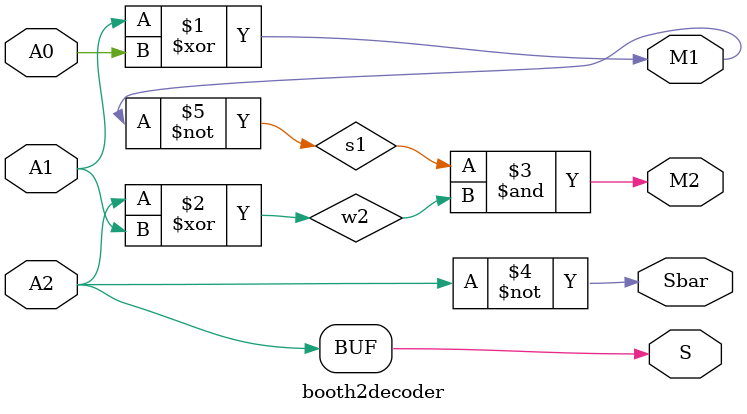
<source format=v>
module booth2decoder (M1, M2, Sbar, S, A2, A1, A0);

   input  A2, A1, A0;
   
   output M1, M2, Sbar, S;

   buf b1 (S, A2);
   not i1 (Sbar, A2);
   xor x1 (M1, A1, A0);
   xor x2 (w2, A2, A1);
   not i2 (s1, M1);
   and a1 (M2, s1, w2);

endmodule // booth2decoder

   
</source>
